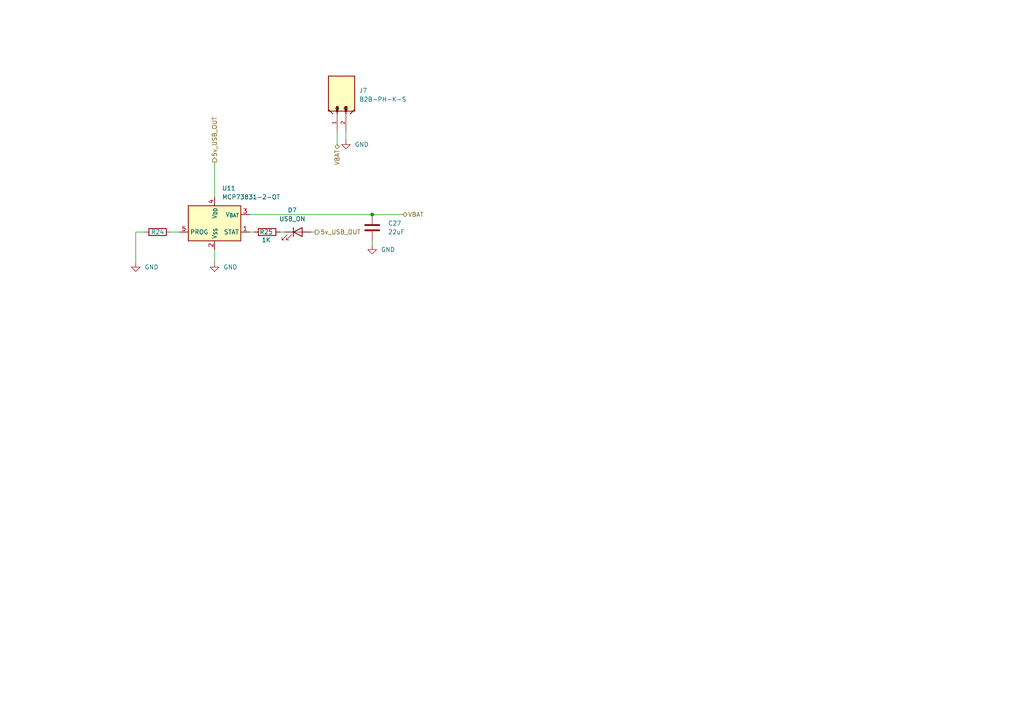
<source format=kicad_sch>
(kicad_sch (version 20250114) (generator "eeschema") (generator_version "9.0")
  (paper "A4")
  (lib_symbols
    (symbol "B2B-PH-K-S:B2B-PH-K-S" (pin_names (offset 1.016))
      (property "Reference" "J" (at -5.58 5.08 0))
      (property "Value" "B2B-PH-K-S" (at -5.08 -5.08 0))
      (symbol "B2B-PH-K-S_0_0"
        (polyline (pts (xy -5.08 3.81) (xy -3.81 5.08)) (stroke (width 0.254)))
        (polyline (pts (xy -5.08 2.54) (xy -3.175 2.54)) (stroke (width 0.254)))
        (polyline (pts (xy -5.08 0) (xy -3.175 0)) (stroke (width 0.254)))
        (polyline (pts (xy -5.08 -1.27) (xy -3.81 -2.54)) (stroke (width 0.254)))
        (rectangle (start -4.445 2.2225) (end -2.8575 2.8575) (stroke (width 0.1)) (fill (type outline)))
        (rectangle (start -4.445 -0.3175) (end -2.8575 0.3175) (stroke (width 0.1)) (fill (type outline)))
        (rectangle (start -4.2863 -2.54) (end 5.8738 5.08) (stroke (width 0.254)) (fill (type background)))
        (pin passive line (at -10.16 2.54 0) (length 5.08) (name "1") (number "1"))
        (pin passive line (at -10.16 0 0) (length 5.08) (name "2") (number "2"))
      )
    )
    (symbol "Battery_Management:MCP73831-2-OT"
      (property "Reference" "U" (at -7.62 6.35 0))
      (property "Value" "MCP73831-2-OT" (at 1.27 6.35 0))
      (symbol "MCP73831-2-OT_0_1"
        (rectangle (start -7.62 5.08) (end 7.62 -5.08) (stroke (width 0.254)) (fill (type background)))
      )
      (symbol "MCP73831-2-OT_1_1"
        (pin input line (at -10.16 -2.54 0) (length 2.54) (name "PROG") (number "5"))
        (pin power_in line (at 0 7.62 270) (length 2.54) (name "V_{DD}") (number "4"))
        (pin power_in line (at 0 -7.62 90) (length 2.54) (name "V_{SS}") (number "2"))
        (pin power_out line (at 10.16 2.54 180) (length 2.54) (name "V_{BAT}") (number "3"))
        (pin tri_state line (at 10.16 -2.54 180) (length 2.54) (name "STAT") (number "1"))
      )
    )
    (symbol "Device:C" (pin_numbers (hide yes)) (pin_names (offset 0.254))
      (property "Reference" "C" (at 0.635 2.54 0))
      (property "Value" "C" (at 0.635 -2.54 0))
      (symbol "C_0_1"
        (polyline (pts (xy -2.032 0.762) (xy 2.032 0.762)) (stroke (width 0.508)))
        (polyline (pts (xy -2.032 -0.762) (xy 2.032 -0.762)) (stroke (width 0.508)))
      )
      (symbol "C_1_1"
        (pin passive line (at 0 3.81 270) (length 2.794) (name "~") (number "1"))
        (pin passive line (at 0 -3.81 90) (length 2.794) (name "~") (number "2"))
      )
    )
    (symbol "Device:LED" (pin_numbers (hide yes)) (pin_names (offset 1.016) (hide yes))
      (property "Reference" "D" (at 0 2.54 0))
      (property "Value" "LED" (at 0 -2.54 0))
      (symbol "LED_0_1"
        (polyline (pts (xy -3.048 -0.762) (xy -4.572 -2.286) (xy -3.81 -2.286) (xy -4.572 -2.286) (xy -4.572 -1.524)))
        (polyline (pts (xy -1.778 -0.762) (xy -3.302 -2.286) (xy -2.54 -2.286) (xy -3.302 -2.286) (xy -3.302 -1.524)))
        (polyline (pts (xy -1.27 0) (xy 1.27 0)))
        (polyline (pts (xy -1.27 -1.27) (xy -1.27 1.27)) (stroke (width 0.254)))
        (polyline (pts (xy 1.27 -1.27) (xy 1.27 1.27) (xy -1.27 0) (xy 1.27 -1.27)) (stroke (width 0.254)))
      )
      (symbol "LED_1_1"
        (pin passive line (at -3.81 0 0) (length 2.54) (name "K") (number "1"))
        (pin passive line (at 3.81 0 180) (length 2.54) (name "A") (number "2"))
      )
    )
    (symbol "Device:R" (pin_numbers (hide yes)) (pin_names (offset 0))
      (property "Reference" "R" (at 2.032 0 90))
      (property "Value" "R" (at 0 0 90))
      (symbol "R_0_1"
        (rectangle (start -1.016 -2.54) (end 1.016 2.54) (stroke (width 0.254)))
      )
      (symbol "R_1_1"
        (pin passive line (at 0 3.81 270) (length 1.27) (name "~") (number "1"))
        (pin passive line (at 0 -3.81 90) (length 1.27) (name "~") (number "2"))
      )
    )
    (symbol "power:GND" (power) (pin_numbers (hide yes)) (pin_names (offset 0) (hide yes))
      (property "Value" "GND" (at 0 -3.81 0))
      (symbol "GND_0_1"
        (polyline (pts (xy 0 0) (xy 0 -1.27) (xy 1.27 -1.27) (xy 0 -2.54) (xy -1.27 -1.27) (xy 0 -1.27)))
      )
      (symbol "GND_1_1"
        (pin power_in line (at 0 0 270) (length 0) (name "~") (number "1"))
      )
    )
  )
  (junction (at 107.95 62.23))
  (wire (pts (xy 82.55 67.31) (xy 81.28 67.31)))
  (wire (pts (xy 100.33 38.1) (xy 100.33 40.64)))
  (wire (pts (xy 107.95 71.12) (xy 107.95 69.85)))
  (wire (pts (xy 62.23 46.99) (xy 62.23 57.15)))
  (wire (pts (xy 72.39 62.23) (xy 107.95 62.23)))
  (wire (pts (xy 97.79 38.1) (xy 97.79 41.91)))
  (wire (pts (xy 91.44 67.31) (xy 90.17 67.31)))
  (wire (pts (xy 107.95 62.23) (xy 116.84 62.23)))
  (wire (pts (xy 39.37 67.31) (xy 39.37 76.2)))
  (wire (pts (xy 73.66 67.31) (xy 72.39 67.31)))
  (wire (pts (xy 39.37 67.31) (xy 41.91 67.31)))
  (wire (pts (xy 62.23 72.39) (xy 62.23 76.2)))
  (wire (pts (xy 49.53 67.31) (xy 52.07 67.31)))
  (hierarchical_label "VBAT" (shape bidirectional) (at 116.84 62.23 0))
  (hierarchical_label "5v_USB_OUT" (shape output) (at 62.23 46.99 90))
  (hierarchical_label "5v_USB_OUT" (shape output) (at 91.44 67.31 0))
  (hierarchical_label "VBAT" (shape bidirectional) (at 97.79 41.91 270))
  (symbol (lib_id "Device:R") (at 77.47 67.31 90) (unit 1)
    (property "Reference" "R25" (at 77.216 67.31 90))
    (property "Value" "1K" (at 77.216 69.596 90))
    (property "Footprint" "Resistor_SMD:R_0603_1608Metric" (effects (hide yes)))
    (property "Description" "Resistor" (effects (hide yes)))
  )
  (symbol (lib_id "Device:R") (at 45.72 67.31 90) (unit 1)
    (property "Reference" "R24" (at 45.72 67.31 90))
    (property "Value" "2K" (effects (hide yes)))
    (property "Footprint" "Resistor_SMD:R_0402_1005Metric" (effects (hide yes)))
    (property "Description" "Resistor" (effects (hide yes)))
  )
  (symbol (lib_id "Device:LED") (at 86.36 67.31 0) (unit 1)
    (property "Reference" "D7" (at 84.7725 60.96 0))
    (property "Value" "USB_ON" (at 84.7725 63.5 0))
    (property "Footprint" "LED_SMD:LED_0805_2012Metric" (effects (hide yes)))
    (property "Description" "Light emitting diode" (effects (hide yes)))
    (property "Sim.Pins" "1=K 2=A" (effects (hide yes)))
  )
  (symbol (lib_id "B2B-PH-K-S:B2B-PH-K-S") (at 100.33 27.94 90) (unit 1)
    (property "Reference" "J7" (at 104.14 26.273 90) (effects (justify right)))
    (property "Value" "B2B-PH-K-S" (at 104.14 28.813 90) (effects (justify right)))
    (property "Footprint" "B2B_PH_K_S:JST_B2B-PH-K-S" (effects (hide yes)))
    (property "MANUFACTURER" "JST" (effects (hide yes)))
  )
  (symbol (lib_id "power:GND") (at 100.33 40.64 0) (unit 1)
    (property "Reference" "#PWR038" (effects (hide yes)))
    (property "Value" "GND" (at 102.87 41.9099 0) (effects (justify left)))
    (property "Description" "Power symbol creates a global label with name \"GND\" , ground" (effects (hide yes)))
  )
  (symbol (lib_id "power:GND") (at 107.95 71.12 0) (unit 1)
    (property "Reference" "#PWR039" (effects (hide yes)))
    (property "Value" "GND" (at 110.49 72.3899 0) (effects (justify left)))
    (property "Description" "Power symbol creates a global label with name \"GND\" , ground" (effects (hide yes)))
  )
  (symbol (lib_id "power:GND") (at 62.23 76.2 0) (unit 1)
    (property "Reference" "#PWR037" (effects (hide yes)))
    (property "Value" "GND" (at 64.77 77.4699 0) (effects (justify left)))
    (property "Description" "Power symbol creates a global label with name \"GND\" , ground" (effects (hide yes)))
  )
  (symbol (lib_id "Battery_Management:MCP73831-2-OT") (at 62.23 64.77 0) (unit 1)
    (property "Reference" "U11" (at 64.3733 54.61 0) (effects (justify left)))
    (property "Value" "MCP73831-2-OT" (at 64.3733 57.15 0) (effects (justify left)))
    (property "Footprint" "Package_TO_SOT_SMD:SOT-23-5" (effects (hide yes)))
    (property "Datasheet" "http://ww1.microchip.com/downloads/en/DeviceDoc/20001984g.pdf" (effects (hide yes)))
    (property "Description" "Single cell, Li-Ion/Li-Po charge management controller, 4.20V, Tri-State Status Output, in SOT23-5 package" (effects (hide yes)))
  )
  (symbol (lib_id "Device:C") (at 107.95 66.04 0) (unit 1)
    (property "Reference" "C27" (at 112.522 64.77 0) (effects (justify left)))
    (property "Value" "22uF" (at 112.522 67.31 0) (effects (justify left)))
    (property "Footprint" "Capacitor_SMD:C_0805_2012Metric" (effects (hide yes)))
    (property "Description" "Unpolarized capacitor" (effects (hide yes)))
  )
  (symbol (lib_id "power:GND") (at 39.37 76.2 0) (unit 1)
    (property "Reference" "#PWR035" (effects (hide yes)))
    (property "Value" "GND" (at 41.91 77.4699 0) (effects (justify left)))
    (property "Description" "Power symbol creates a global label with name \"GND\" , ground" (effects (hide yes)))
  )
)
</source>
